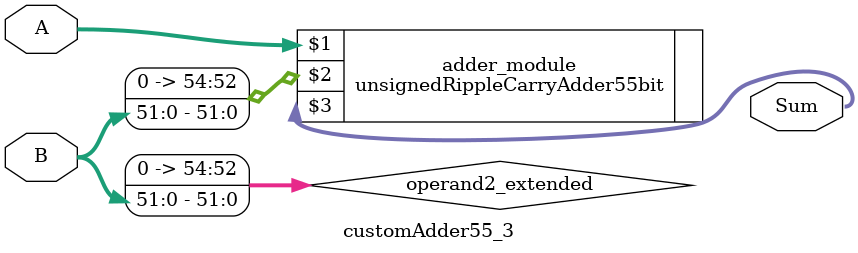
<source format=v>
module customAdder55_3(
                        input [54 : 0] A,
                        input [51 : 0] B,
                        
                        output [55 : 0] Sum
                );

        wire [54 : 0] operand2_extended;
        
        assign operand2_extended =  {3'b0, B};
        
        unsignedRippleCarryAdder55bit adder_module(
            A,
            operand2_extended,
            Sum
        );
        
        endmodule
        
</source>
